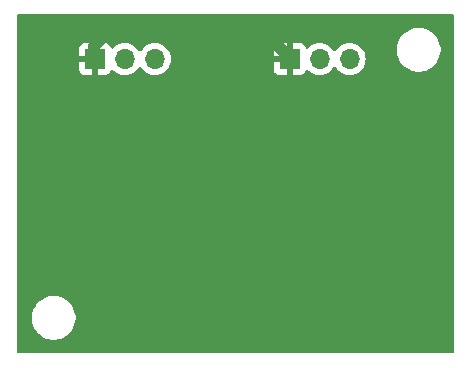
<source format=gbr>
%TF.GenerationSoftware,KiCad,Pcbnew,8.0.1*%
%TF.CreationDate,2024-05-29T15:12:31+02:00*%
%TF.ProjectId,SignalsPort,5369676e-616c-4735-906f-72742e6b6963,rev?*%
%TF.SameCoordinates,Original*%
%TF.FileFunction,Copper,L2,Bot*%
%TF.FilePolarity,Positive*%
%FSLAX46Y46*%
G04 Gerber Fmt 4.6, Leading zero omitted, Abs format (unit mm)*
G04 Created by KiCad (PCBNEW 8.0.1) date 2024-05-29 15:12:31*
%MOMM*%
%LPD*%
G01*
G04 APERTURE LIST*
%TA.AperFunction,ComponentPad*%
%ADD10R,1.700000X1.700000*%
%TD*%
%TA.AperFunction,ComponentPad*%
%ADD11O,1.700000X1.700000*%
%TD*%
%TA.AperFunction,Conductor*%
%ADD12C,1.000000*%
%TD*%
G04 APERTURE END LIST*
D10*
%TO.P,J2,1,Pin_1*%
%TO.N,GNDREF*%
X123175000Y-90575000D03*
D11*
%TO.P,J2,2,Pin_2*%
%TO.N,+6V*%
X125715000Y-90575000D03*
%TO.P,J2,3,Pin_3*%
%TO.N,Net-(J2-Pin_3)*%
X128255000Y-90575000D03*
%TD*%
D10*
%TO.P,J1,1,Pin_1*%
%TO.N,GNDREF*%
X139675000Y-90575000D03*
D11*
%TO.P,J1,2,Pin_2*%
%TO.N,+6V*%
X142215000Y-90575000D03*
%TO.P,J1,3,Pin_3*%
%TO.N,Net-(J1-Pin_3)*%
X144755000Y-90575000D03*
%TD*%
D12*
%TO.N,GNDREF*%
X139675000Y-90475000D02*
X139675000Y-90575000D01*
X137000000Y-87800000D02*
X139675000Y-90475000D01*
X124800000Y-87800000D02*
X137000000Y-87800000D01*
X123120000Y-89480000D02*
X124800000Y-87800000D01*
X123120000Y-90300000D02*
X123120000Y-89480000D01*
%TD*%
%TA.AperFunction,Conductor*%
%TO.N,GNDREF*%
G36*
X153542539Y-86820185D02*
G01*
X153588294Y-86872989D01*
X153599500Y-86924500D01*
X153599500Y-115375500D01*
X153579815Y-115442539D01*
X153527011Y-115488294D01*
X153475500Y-115499500D01*
X116724500Y-115499500D01*
X116657461Y-115479815D01*
X116611706Y-115427011D01*
X116600500Y-115375500D01*
X116600500Y-112621288D01*
X117849500Y-112621288D01*
X117881161Y-112861785D01*
X117943947Y-113096104D01*
X118036773Y-113320205D01*
X118036776Y-113320212D01*
X118158064Y-113530289D01*
X118158066Y-113530292D01*
X118158067Y-113530293D01*
X118305733Y-113722736D01*
X118305739Y-113722743D01*
X118477256Y-113894260D01*
X118477262Y-113894265D01*
X118669711Y-114041936D01*
X118879788Y-114163224D01*
X119103900Y-114256054D01*
X119338211Y-114318838D01*
X119518586Y-114342584D01*
X119578711Y-114350500D01*
X119578712Y-114350500D01*
X119821289Y-114350500D01*
X119869388Y-114344167D01*
X120061789Y-114318838D01*
X120296100Y-114256054D01*
X120520212Y-114163224D01*
X120730289Y-114041936D01*
X120922738Y-113894265D01*
X121094265Y-113722738D01*
X121241936Y-113530289D01*
X121363224Y-113320212D01*
X121456054Y-113096100D01*
X121518838Y-112861789D01*
X121550500Y-112621288D01*
X121550500Y-112378712D01*
X121518838Y-112138211D01*
X121456054Y-111903900D01*
X121363224Y-111679788D01*
X121241936Y-111469711D01*
X121094265Y-111277262D01*
X121094260Y-111277256D01*
X120922743Y-111105739D01*
X120922736Y-111105733D01*
X120730293Y-110958067D01*
X120730292Y-110958066D01*
X120730289Y-110958064D01*
X120520212Y-110836776D01*
X120520205Y-110836773D01*
X120296104Y-110743947D01*
X120061785Y-110681161D01*
X119821289Y-110649500D01*
X119821288Y-110649500D01*
X119578712Y-110649500D01*
X119578711Y-110649500D01*
X119338214Y-110681161D01*
X119103895Y-110743947D01*
X118879794Y-110836773D01*
X118879785Y-110836777D01*
X118669706Y-110958067D01*
X118477263Y-111105733D01*
X118477256Y-111105739D01*
X118305739Y-111277256D01*
X118305733Y-111277263D01*
X118158067Y-111469706D01*
X118036777Y-111679785D01*
X118036773Y-111679794D01*
X117943947Y-111903895D01*
X117881161Y-112138214D01*
X117849500Y-112378711D01*
X117849500Y-112621288D01*
X116600500Y-112621288D01*
X116600500Y-91472844D01*
X121825000Y-91472844D01*
X121831401Y-91532372D01*
X121831403Y-91532379D01*
X121881645Y-91667086D01*
X121881649Y-91667093D01*
X121967809Y-91782187D01*
X121967812Y-91782190D01*
X122082906Y-91868350D01*
X122082913Y-91868354D01*
X122217620Y-91918596D01*
X122217627Y-91918598D01*
X122277155Y-91924999D01*
X122277172Y-91925000D01*
X122925000Y-91925000D01*
X122925000Y-91008012D01*
X122982007Y-91040925D01*
X123109174Y-91075000D01*
X123240826Y-91075000D01*
X123367993Y-91040925D01*
X123425000Y-91008012D01*
X123425000Y-91925000D01*
X124072828Y-91925000D01*
X124072844Y-91924999D01*
X124132372Y-91918598D01*
X124132379Y-91918596D01*
X124267086Y-91868354D01*
X124267093Y-91868350D01*
X124382187Y-91782190D01*
X124382190Y-91782187D01*
X124468350Y-91667093D01*
X124468354Y-91667086D01*
X124517422Y-91535529D01*
X124559293Y-91479595D01*
X124624757Y-91455178D01*
X124693030Y-91470030D01*
X124721285Y-91491181D01*
X124843599Y-91613495D01*
X124851230Y-91618838D01*
X125037165Y-91749032D01*
X125037167Y-91749033D01*
X125037170Y-91749035D01*
X125251337Y-91848903D01*
X125479592Y-91910063D01*
X125650319Y-91925000D01*
X125714999Y-91930659D01*
X125715000Y-91930659D01*
X125715001Y-91930659D01*
X125779681Y-91925000D01*
X125950408Y-91910063D01*
X126178663Y-91848903D01*
X126392830Y-91749035D01*
X126586401Y-91613495D01*
X126753495Y-91446401D01*
X126883425Y-91260842D01*
X126938002Y-91217217D01*
X127007500Y-91210023D01*
X127069855Y-91241546D01*
X127086575Y-91260842D01*
X127216500Y-91446395D01*
X127216505Y-91446401D01*
X127383599Y-91613495D01*
X127391230Y-91618838D01*
X127577165Y-91749032D01*
X127577167Y-91749033D01*
X127577170Y-91749035D01*
X127791337Y-91848903D01*
X128019592Y-91910063D01*
X128190319Y-91925000D01*
X128254999Y-91930659D01*
X128255000Y-91930659D01*
X128255001Y-91930659D01*
X128319681Y-91925000D01*
X128490408Y-91910063D01*
X128718663Y-91848903D01*
X128932830Y-91749035D01*
X129126401Y-91613495D01*
X129267052Y-91472844D01*
X138325000Y-91472844D01*
X138331401Y-91532372D01*
X138331403Y-91532379D01*
X138381645Y-91667086D01*
X138381649Y-91667093D01*
X138467809Y-91782187D01*
X138467812Y-91782190D01*
X138582906Y-91868350D01*
X138582913Y-91868354D01*
X138717620Y-91918596D01*
X138717627Y-91918598D01*
X138777155Y-91924999D01*
X138777172Y-91925000D01*
X139425000Y-91925000D01*
X139425000Y-91008012D01*
X139482007Y-91040925D01*
X139609174Y-91075000D01*
X139740826Y-91075000D01*
X139867993Y-91040925D01*
X139925000Y-91008012D01*
X139925000Y-91925000D01*
X140572828Y-91925000D01*
X140572844Y-91924999D01*
X140632372Y-91918598D01*
X140632379Y-91918596D01*
X140767086Y-91868354D01*
X140767093Y-91868350D01*
X140882187Y-91782190D01*
X140882190Y-91782187D01*
X140968350Y-91667093D01*
X140968354Y-91667086D01*
X141017422Y-91535529D01*
X141059293Y-91479595D01*
X141124757Y-91455178D01*
X141193030Y-91470030D01*
X141221285Y-91491181D01*
X141343599Y-91613495D01*
X141351230Y-91618838D01*
X141537165Y-91749032D01*
X141537167Y-91749033D01*
X141537170Y-91749035D01*
X141751337Y-91848903D01*
X141979592Y-91910063D01*
X142150319Y-91925000D01*
X142214999Y-91930659D01*
X142215000Y-91930659D01*
X142215001Y-91930659D01*
X142279681Y-91925000D01*
X142450408Y-91910063D01*
X142678663Y-91848903D01*
X142892830Y-91749035D01*
X143086401Y-91613495D01*
X143253495Y-91446401D01*
X143383425Y-91260842D01*
X143438002Y-91217217D01*
X143507500Y-91210023D01*
X143569855Y-91241546D01*
X143586575Y-91260842D01*
X143716500Y-91446395D01*
X143716505Y-91446401D01*
X143883599Y-91613495D01*
X143891230Y-91618838D01*
X144077165Y-91749032D01*
X144077167Y-91749033D01*
X144077170Y-91749035D01*
X144291337Y-91848903D01*
X144519592Y-91910063D01*
X144690319Y-91925000D01*
X144754999Y-91930659D01*
X144755000Y-91930659D01*
X144755001Y-91930659D01*
X144819681Y-91925000D01*
X144990408Y-91910063D01*
X145218663Y-91848903D01*
X145432830Y-91749035D01*
X145626401Y-91613495D01*
X145793495Y-91446401D01*
X145929035Y-91252830D01*
X146028903Y-91038663D01*
X146090063Y-90810408D01*
X146110659Y-90575000D01*
X146090063Y-90339592D01*
X146028903Y-90111337D01*
X145940281Y-89921288D01*
X148749500Y-89921288D01*
X148781161Y-90161785D01*
X148843947Y-90396104D01*
X148936773Y-90620205D01*
X148936776Y-90620212D01*
X149058064Y-90830289D01*
X149058066Y-90830292D01*
X149058067Y-90830293D01*
X149205733Y-91022736D01*
X149205739Y-91022743D01*
X149377256Y-91194260D01*
X149377263Y-91194266D01*
X149453591Y-91252834D01*
X149569711Y-91341936D01*
X149779788Y-91463224D01*
X150003900Y-91556054D01*
X150238211Y-91618838D01*
X150418586Y-91642584D01*
X150478711Y-91650500D01*
X150478712Y-91650500D01*
X150721289Y-91650500D01*
X150769388Y-91644167D01*
X150961789Y-91618838D01*
X151196100Y-91556054D01*
X151420212Y-91463224D01*
X151630289Y-91341936D01*
X151822738Y-91194265D01*
X151994265Y-91022738D01*
X152141936Y-90830289D01*
X152263224Y-90620212D01*
X152356054Y-90396100D01*
X152418838Y-90161789D01*
X152450500Y-89921288D01*
X152450500Y-89678712D01*
X152418838Y-89438211D01*
X152356054Y-89203900D01*
X152263224Y-88979788D01*
X152141936Y-88769711D01*
X151994265Y-88577262D01*
X151994260Y-88577256D01*
X151822743Y-88405739D01*
X151822736Y-88405733D01*
X151630293Y-88258067D01*
X151630292Y-88258066D01*
X151630289Y-88258064D01*
X151420212Y-88136776D01*
X151420205Y-88136773D01*
X151196104Y-88043947D01*
X150961785Y-87981161D01*
X150721289Y-87949500D01*
X150721288Y-87949500D01*
X150478712Y-87949500D01*
X150478711Y-87949500D01*
X150238214Y-87981161D01*
X150003895Y-88043947D01*
X149779794Y-88136773D01*
X149779785Y-88136777D01*
X149569706Y-88258067D01*
X149377263Y-88405733D01*
X149377256Y-88405739D01*
X149205739Y-88577256D01*
X149205733Y-88577263D01*
X149058067Y-88769706D01*
X148936777Y-88979785D01*
X148936773Y-88979794D01*
X148843947Y-89203895D01*
X148781161Y-89438214D01*
X148749500Y-89678711D01*
X148749500Y-89921288D01*
X145940281Y-89921288D01*
X145929035Y-89897171D01*
X145923425Y-89889158D01*
X145793494Y-89703597D01*
X145626402Y-89536506D01*
X145626395Y-89536501D01*
X145432834Y-89400967D01*
X145432830Y-89400965D01*
X145361727Y-89367809D01*
X145218663Y-89301097D01*
X145218659Y-89301096D01*
X145218655Y-89301094D01*
X144990413Y-89239938D01*
X144990403Y-89239936D01*
X144755001Y-89219341D01*
X144754999Y-89219341D01*
X144519596Y-89239936D01*
X144519586Y-89239938D01*
X144291344Y-89301094D01*
X144291335Y-89301098D01*
X144077171Y-89400964D01*
X144077169Y-89400965D01*
X143883597Y-89536505D01*
X143716505Y-89703597D01*
X143586575Y-89889158D01*
X143531998Y-89932783D01*
X143462500Y-89939977D01*
X143400145Y-89908454D01*
X143383425Y-89889158D01*
X143253494Y-89703597D01*
X143086402Y-89536506D01*
X143086395Y-89536501D01*
X142892834Y-89400967D01*
X142892830Y-89400965D01*
X142821727Y-89367809D01*
X142678663Y-89301097D01*
X142678659Y-89301096D01*
X142678655Y-89301094D01*
X142450413Y-89239938D01*
X142450403Y-89239936D01*
X142215001Y-89219341D01*
X142214999Y-89219341D01*
X141979596Y-89239936D01*
X141979586Y-89239938D01*
X141751344Y-89301094D01*
X141751335Y-89301098D01*
X141537171Y-89400964D01*
X141537169Y-89400965D01*
X141343600Y-89536503D01*
X141221284Y-89658819D01*
X141159961Y-89692303D01*
X141090269Y-89687319D01*
X141034336Y-89645447D01*
X141017421Y-89614470D01*
X140968354Y-89482913D01*
X140968350Y-89482906D01*
X140882190Y-89367812D01*
X140882187Y-89367809D01*
X140767093Y-89281649D01*
X140767086Y-89281645D01*
X140632379Y-89231403D01*
X140632372Y-89231401D01*
X140572844Y-89225000D01*
X139925000Y-89225000D01*
X139925000Y-90141988D01*
X139867993Y-90109075D01*
X139740826Y-90075000D01*
X139609174Y-90075000D01*
X139482007Y-90109075D01*
X139425000Y-90141988D01*
X139425000Y-89225000D01*
X138777155Y-89225000D01*
X138717627Y-89231401D01*
X138717620Y-89231403D01*
X138582913Y-89281645D01*
X138582906Y-89281649D01*
X138467812Y-89367809D01*
X138467809Y-89367812D01*
X138381649Y-89482906D01*
X138381645Y-89482913D01*
X138331403Y-89617620D01*
X138331401Y-89617627D01*
X138325000Y-89677155D01*
X138325000Y-90325000D01*
X139241988Y-90325000D01*
X139209075Y-90382007D01*
X139175000Y-90509174D01*
X139175000Y-90640826D01*
X139209075Y-90767993D01*
X139241988Y-90825000D01*
X138325000Y-90825000D01*
X138325000Y-91472844D01*
X129267052Y-91472844D01*
X129293495Y-91446401D01*
X129429035Y-91252830D01*
X129528903Y-91038663D01*
X129590063Y-90810408D01*
X129610659Y-90575000D01*
X129590063Y-90339592D01*
X129528903Y-90111337D01*
X129429035Y-89897171D01*
X129423425Y-89889158D01*
X129293494Y-89703597D01*
X129126402Y-89536506D01*
X129126395Y-89536501D01*
X128932834Y-89400967D01*
X128932830Y-89400965D01*
X128861727Y-89367809D01*
X128718663Y-89301097D01*
X128718659Y-89301096D01*
X128718655Y-89301094D01*
X128490413Y-89239938D01*
X128490403Y-89239936D01*
X128255001Y-89219341D01*
X128254999Y-89219341D01*
X128019596Y-89239936D01*
X128019586Y-89239938D01*
X127791344Y-89301094D01*
X127791335Y-89301098D01*
X127577171Y-89400964D01*
X127577169Y-89400965D01*
X127383597Y-89536505D01*
X127216505Y-89703597D01*
X127086575Y-89889158D01*
X127031998Y-89932783D01*
X126962500Y-89939977D01*
X126900145Y-89908454D01*
X126883425Y-89889158D01*
X126753494Y-89703597D01*
X126586402Y-89536506D01*
X126586395Y-89536501D01*
X126392834Y-89400967D01*
X126392830Y-89400965D01*
X126321727Y-89367809D01*
X126178663Y-89301097D01*
X126178659Y-89301096D01*
X126178655Y-89301094D01*
X125950413Y-89239938D01*
X125950403Y-89239936D01*
X125715001Y-89219341D01*
X125714999Y-89219341D01*
X125479596Y-89239936D01*
X125479586Y-89239938D01*
X125251344Y-89301094D01*
X125251335Y-89301098D01*
X125037171Y-89400964D01*
X125037169Y-89400965D01*
X124843600Y-89536503D01*
X124721284Y-89658819D01*
X124659961Y-89692303D01*
X124590269Y-89687319D01*
X124534336Y-89645447D01*
X124517421Y-89614470D01*
X124468354Y-89482913D01*
X124468350Y-89482906D01*
X124382190Y-89367812D01*
X124382187Y-89367809D01*
X124267093Y-89281649D01*
X124267086Y-89281645D01*
X124132379Y-89231403D01*
X124132372Y-89231401D01*
X124072844Y-89225000D01*
X123425000Y-89225000D01*
X123425000Y-90141988D01*
X123367993Y-90109075D01*
X123240826Y-90075000D01*
X123109174Y-90075000D01*
X122982007Y-90109075D01*
X122925000Y-90141988D01*
X122925000Y-89225000D01*
X122277155Y-89225000D01*
X122217627Y-89231401D01*
X122217620Y-89231403D01*
X122082913Y-89281645D01*
X122082906Y-89281649D01*
X121967812Y-89367809D01*
X121967809Y-89367812D01*
X121881649Y-89482906D01*
X121881645Y-89482913D01*
X121831403Y-89617620D01*
X121831401Y-89617627D01*
X121825000Y-89677155D01*
X121825000Y-90325000D01*
X122741988Y-90325000D01*
X122709075Y-90382007D01*
X122675000Y-90509174D01*
X122675000Y-90640826D01*
X122709075Y-90767993D01*
X122741988Y-90825000D01*
X121825000Y-90825000D01*
X121825000Y-91472844D01*
X116600500Y-91472844D01*
X116600500Y-86924500D01*
X116620185Y-86857461D01*
X116672989Y-86811706D01*
X116724500Y-86800500D01*
X153475500Y-86800500D01*
X153542539Y-86820185D01*
G37*
%TD.AperFunction*%
%TD*%
M02*

</source>
